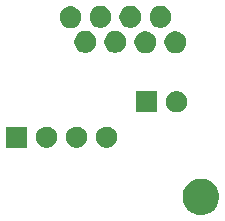
<source format=gbs>
G04 #@! TF.GenerationSoftware,KiCad,Pcbnew,(5.1.5)-3*
G04 #@! TF.CreationDate,2020-02-26T13:13:57-08:00*
G04 #@! TF.ProjectId,NeutrikEthercon,4e657574-7269-46b4-9574-686572636f6e,rev?*
G04 #@! TF.SameCoordinates,Original*
G04 #@! TF.FileFunction,Soldermask,Bot*
G04 #@! TF.FilePolarity,Negative*
%FSLAX46Y46*%
G04 Gerber Fmt 4.6, Leading zero omitted, Abs format (unit mm)*
G04 Created by KiCad (PCBNEW (5.1.5)-3) date 2020-02-26 13:13:57*
%MOMM*%
%LPD*%
G04 APERTURE LIST*
%ADD10C,0.100000*%
G04 APERTURE END LIST*
D10*
G36*
X141902585Y-124028802D02*
G01*
X142052410Y-124058604D01*
X142334674Y-124175521D01*
X142588705Y-124345259D01*
X142804741Y-124561295D01*
X142974479Y-124815326D01*
X143091396Y-125097590D01*
X143151000Y-125397240D01*
X143151000Y-125702760D01*
X143091396Y-126002410D01*
X142974479Y-126284674D01*
X142804741Y-126538705D01*
X142588705Y-126754741D01*
X142334674Y-126924479D01*
X142052410Y-127041396D01*
X141902585Y-127071198D01*
X141752761Y-127101000D01*
X141447239Y-127101000D01*
X141297415Y-127071198D01*
X141147590Y-127041396D01*
X140865326Y-126924479D01*
X140611295Y-126754741D01*
X140395259Y-126538705D01*
X140225521Y-126284674D01*
X140108604Y-126002410D01*
X140049000Y-125702760D01*
X140049000Y-125397240D01*
X140108604Y-125097590D01*
X140225521Y-124815326D01*
X140395259Y-124561295D01*
X140611295Y-124345259D01*
X140865326Y-124175521D01*
X141147590Y-124058604D01*
X141297415Y-124028802D01*
X141447239Y-123999000D01*
X141752761Y-123999000D01*
X141902585Y-124028802D01*
G37*
G36*
X133733512Y-119603927D02*
G01*
X133882812Y-119633624D01*
X134046784Y-119701544D01*
X134194354Y-119800147D01*
X134319853Y-119925646D01*
X134418456Y-120073216D01*
X134486376Y-120237188D01*
X134521000Y-120411259D01*
X134521000Y-120588741D01*
X134486376Y-120762812D01*
X134418456Y-120926784D01*
X134319853Y-121074354D01*
X134194354Y-121199853D01*
X134046784Y-121298456D01*
X133882812Y-121366376D01*
X133733512Y-121396073D01*
X133708742Y-121401000D01*
X133531258Y-121401000D01*
X133506488Y-121396073D01*
X133357188Y-121366376D01*
X133193216Y-121298456D01*
X133045646Y-121199853D01*
X132920147Y-121074354D01*
X132821544Y-120926784D01*
X132753624Y-120762812D01*
X132719000Y-120588741D01*
X132719000Y-120411259D01*
X132753624Y-120237188D01*
X132821544Y-120073216D01*
X132920147Y-119925646D01*
X133045646Y-119800147D01*
X133193216Y-119701544D01*
X133357188Y-119633624D01*
X133506488Y-119603927D01*
X133531258Y-119599000D01*
X133708742Y-119599000D01*
X133733512Y-119603927D01*
G37*
G36*
X126901000Y-121401000D02*
G01*
X125099000Y-121401000D01*
X125099000Y-119599000D01*
X126901000Y-119599000D01*
X126901000Y-121401000D01*
G37*
G36*
X128653512Y-119603927D02*
G01*
X128802812Y-119633624D01*
X128966784Y-119701544D01*
X129114354Y-119800147D01*
X129239853Y-119925646D01*
X129338456Y-120073216D01*
X129406376Y-120237188D01*
X129441000Y-120411259D01*
X129441000Y-120588741D01*
X129406376Y-120762812D01*
X129338456Y-120926784D01*
X129239853Y-121074354D01*
X129114354Y-121199853D01*
X128966784Y-121298456D01*
X128802812Y-121366376D01*
X128653512Y-121396073D01*
X128628742Y-121401000D01*
X128451258Y-121401000D01*
X128426488Y-121396073D01*
X128277188Y-121366376D01*
X128113216Y-121298456D01*
X127965646Y-121199853D01*
X127840147Y-121074354D01*
X127741544Y-120926784D01*
X127673624Y-120762812D01*
X127639000Y-120588741D01*
X127639000Y-120411259D01*
X127673624Y-120237188D01*
X127741544Y-120073216D01*
X127840147Y-119925646D01*
X127965646Y-119800147D01*
X128113216Y-119701544D01*
X128277188Y-119633624D01*
X128426488Y-119603927D01*
X128451258Y-119599000D01*
X128628742Y-119599000D01*
X128653512Y-119603927D01*
G37*
G36*
X131193512Y-119603927D02*
G01*
X131342812Y-119633624D01*
X131506784Y-119701544D01*
X131654354Y-119800147D01*
X131779853Y-119925646D01*
X131878456Y-120073216D01*
X131946376Y-120237188D01*
X131981000Y-120411259D01*
X131981000Y-120588741D01*
X131946376Y-120762812D01*
X131878456Y-120926784D01*
X131779853Y-121074354D01*
X131654354Y-121199853D01*
X131506784Y-121298456D01*
X131342812Y-121366376D01*
X131193512Y-121396073D01*
X131168742Y-121401000D01*
X130991258Y-121401000D01*
X130966488Y-121396073D01*
X130817188Y-121366376D01*
X130653216Y-121298456D01*
X130505646Y-121199853D01*
X130380147Y-121074354D01*
X130281544Y-120926784D01*
X130213624Y-120762812D01*
X130179000Y-120588741D01*
X130179000Y-120411259D01*
X130213624Y-120237188D01*
X130281544Y-120073216D01*
X130380147Y-119925646D01*
X130505646Y-119800147D01*
X130653216Y-119701544D01*
X130817188Y-119633624D01*
X130966488Y-119603927D01*
X130991258Y-119599000D01*
X131168742Y-119599000D01*
X131193512Y-119603927D01*
G37*
G36*
X139653512Y-116603927D02*
G01*
X139802812Y-116633624D01*
X139966784Y-116701544D01*
X140114354Y-116800147D01*
X140239853Y-116925646D01*
X140338456Y-117073216D01*
X140406376Y-117237188D01*
X140441000Y-117411259D01*
X140441000Y-117588741D01*
X140406376Y-117762812D01*
X140338456Y-117926784D01*
X140239853Y-118074354D01*
X140114354Y-118199853D01*
X139966784Y-118298456D01*
X139802812Y-118366376D01*
X139653512Y-118396073D01*
X139628742Y-118401000D01*
X139451258Y-118401000D01*
X139426488Y-118396073D01*
X139277188Y-118366376D01*
X139113216Y-118298456D01*
X138965646Y-118199853D01*
X138840147Y-118074354D01*
X138741544Y-117926784D01*
X138673624Y-117762812D01*
X138639000Y-117588741D01*
X138639000Y-117411259D01*
X138673624Y-117237188D01*
X138741544Y-117073216D01*
X138840147Y-116925646D01*
X138965646Y-116800147D01*
X139113216Y-116701544D01*
X139277188Y-116633624D01*
X139426488Y-116603927D01*
X139451258Y-116599000D01*
X139628742Y-116599000D01*
X139653512Y-116603927D01*
G37*
G36*
X137901000Y-118401000D02*
G01*
X136099000Y-118401000D01*
X136099000Y-116599000D01*
X137901000Y-116599000D01*
X137901000Y-118401000D01*
G37*
G36*
X137170104Y-111569585D02*
G01*
X137338626Y-111639389D01*
X137490291Y-111740728D01*
X137619272Y-111869709D01*
X137720611Y-112021374D01*
X137790415Y-112189896D01*
X137826000Y-112368797D01*
X137826000Y-112551203D01*
X137790415Y-112730104D01*
X137720611Y-112898626D01*
X137619272Y-113050291D01*
X137490291Y-113179272D01*
X137338626Y-113280611D01*
X137170104Y-113350415D01*
X136991203Y-113386000D01*
X136808797Y-113386000D01*
X136629896Y-113350415D01*
X136461374Y-113280611D01*
X136309709Y-113179272D01*
X136180728Y-113050291D01*
X136079389Y-112898626D01*
X136009585Y-112730104D01*
X135974000Y-112551203D01*
X135974000Y-112368797D01*
X136009585Y-112189896D01*
X136079389Y-112021374D01*
X136180728Y-111869709D01*
X136309709Y-111740728D01*
X136461374Y-111639389D01*
X136629896Y-111569585D01*
X136808797Y-111534000D01*
X136991203Y-111534000D01*
X137170104Y-111569585D01*
G37*
G36*
X139710104Y-111569585D02*
G01*
X139878626Y-111639389D01*
X140030291Y-111740728D01*
X140159272Y-111869709D01*
X140260611Y-112021374D01*
X140330415Y-112189896D01*
X140366000Y-112368797D01*
X140366000Y-112551203D01*
X140330415Y-112730104D01*
X140260611Y-112898626D01*
X140159272Y-113050291D01*
X140030291Y-113179272D01*
X139878626Y-113280611D01*
X139710104Y-113350415D01*
X139531203Y-113386000D01*
X139348797Y-113386000D01*
X139169896Y-113350415D01*
X139001374Y-113280611D01*
X138849709Y-113179272D01*
X138720728Y-113050291D01*
X138619389Y-112898626D01*
X138549585Y-112730104D01*
X138514000Y-112551203D01*
X138514000Y-112368797D01*
X138549585Y-112189896D01*
X138619389Y-112021374D01*
X138720728Y-111869709D01*
X138849709Y-111740728D01*
X139001374Y-111639389D01*
X139169896Y-111569585D01*
X139348797Y-111534000D01*
X139531203Y-111534000D01*
X139710104Y-111569585D01*
G37*
G36*
X134620104Y-111549585D02*
G01*
X134788626Y-111619389D01*
X134940291Y-111720728D01*
X135069272Y-111849709D01*
X135170611Y-112001374D01*
X135240415Y-112169896D01*
X135276000Y-112348797D01*
X135276000Y-112531203D01*
X135240415Y-112710104D01*
X135170611Y-112878626D01*
X135069272Y-113030291D01*
X134940291Y-113159272D01*
X134788626Y-113260611D01*
X134620104Y-113330415D01*
X134441203Y-113366000D01*
X134258797Y-113366000D01*
X134079896Y-113330415D01*
X133911374Y-113260611D01*
X133759709Y-113159272D01*
X133630728Y-113030291D01*
X133529389Y-112878626D01*
X133459585Y-112710104D01*
X133424000Y-112531203D01*
X133424000Y-112348797D01*
X133459585Y-112169896D01*
X133529389Y-112001374D01*
X133630728Y-111849709D01*
X133759709Y-111720728D01*
X133911374Y-111619389D01*
X134079896Y-111549585D01*
X134258797Y-111514000D01*
X134441203Y-111514000D01*
X134620104Y-111549585D01*
G37*
G36*
X132090104Y-111539585D02*
G01*
X132258626Y-111609389D01*
X132410291Y-111710728D01*
X132539272Y-111839709D01*
X132640611Y-111991374D01*
X132710415Y-112159896D01*
X132746000Y-112338797D01*
X132746000Y-112521203D01*
X132710415Y-112700104D01*
X132640611Y-112868626D01*
X132539272Y-113020291D01*
X132410291Y-113149272D01*
X132258626Y-113250611D01*
X132090104Y-113320415D01*
X131911203Y-113356000D01*
X131728797Y-113356000D01*
X131549896Y-113320415D01*
X131381374Y-113250611D01*
X131229709Y-113149272D01*
X131100728Y-113020291D01*
X130999389Y-112868626D01*
X130929585Y-112700104D01*
X130894000Y-112521203D01*
X130894000Y-112338797D01*
X130929585Y-112159896D01*
X130999389Y-111991374D01*
X131100728Y-111839709D01*
X131229709Y-111710728D01*
X131381374Y-111609389D01*
X131549896Y-111539585D01*
X131728797Y-111504000D01*
X131911203Y-111504000D01*
X132090104Y-111539585D01*
G37*
G36*
X130830104Y-109459585D02*
G01*
X130998626Y-109529389D01*
X131150291Y-109630728D01*
X131279272Y-109759709D01*
X131380611Y-109911374D01*
X131450415Y-110079896D01*
X131486000Y-110258797D01*
X131486000Y-110441203D01*
X131450415Y-110620104D01*
X131380611Y-110788626D01*
X131279272Y-110940291D01*
X131150291Y-111069272D01*
X130998626Y-111170611D01*
X130830104Y-111240415D01*
X130651203Y-111276000D01*
X130468797Y-111276000D01*
X130289896Y-111240415D01*
X130121374Y-111170611D01*
X129969709Y-111069272D01*
X129840728Y-110940291D01*
X129739389Y-110788626D01*
X129669585Y-110620104D01*
X129634000Y-110441203D01*
X129634000Y-110258797D01*
X129669585Y-110079896D01*
X129739389Y-109911374D01*
X129840728Y-109759709D01*
X129969709Y-109630728D01*
X130121374Y-109529389D01*
X130289896Y-109459585D01*
X130468797Y-109424000D01*
X130651203Y-109424000D01*
X130830104Y-109459585D01*
G37*
G36*
X133370104Y-109429585D02*
G01*
X133538626Y-109499389D01*
X133690291Y-109600728D01*
X133819272Y-109729709D01*
X133920611Y-109881374D01*
X133990415Y-110049896D01*
X134026000Y-110228797D01*
X134026000Y-110411203D01*
X133990415Y-110590104D01*
X133920611Y-110758626D01*
X133819272Y-110910291D01*
X133690291Y-111039272D01*
X133538626Y-111140611D01*
X133370104Y-111210415D01*
X133191203Y-111246000D01*
X133008797Y-111246000D01*
X132829896Y-111210415D01*
X132661374Y-111140611D01*
X132509709Y-111039272D01*
X132380728Y-110910291D01*
X132279389Y-110758626D01*
X132209585Y-110590104D01*
X132174000Y-110411203D01*
X132174000Y-110228797D01*
X132209585Y-110049896D01*
X132279389Y-109881374D01*
X132380728Y-109729709D01*
X132509709Y-109600728D01*
X132661374Y-109499389D01*
X132829896Y-109429585D01*
X133008797Y-109394000D01*
X133191203Y-109394000D01*
X133370104Y-109429585D01*
G37*
G36*
X135900104Y-109429585D02*
G01*
X136068626Y-109499389D01*
X136220291Y-109600728D01*
X136349272Y-109729709D01*
X136450611Y-109881374D01*
X136520415Y-110049896D01*
X136556000Y-110228797D01*
X136556000Y-110411203D01*
X136520415Y-110590104D01*
X136450611Y-110758626D01*
X136349272Y-110910291D01*
X136220291Y-111039272D01*
X136068626Y-111140611D01*
X135900104Y-111210415D01*
X135721203Y-111246000D01*
X135538797Y-111246000D01*
X135359896Y-111210415D01*
X135191374Y-111140611D01*
X135039709Y-111039272D01*
X134910728Y-110910291D01*
X134809389Y-110758626D01*
X134739585Y-110590104D01*
X134704000Y-110411203D01*
X134704000Y-110228797D01*
X134739585Y-110049896D01*
X134809389Y-109881374D01*
X134910728Y-109729709D01*
X135039709Y-109600728D01*
X135191374Y-109499389D01*
X135359896Y-109429585D01*
X135538797Y-109394000D01*
X135721203Y-109394000D01*
X135900104Y-109429585D01*
G37*
G36*
X138450104Y-109429585D02*
G01*
X138618626Y-109499389D01*
X138770291Y-109600728D01*
X138899272Y-109729709D01*
X139000611Y-109881374D01*
X139070415Y-110049896D01*
X139106000Y-110228797D01*
X139106000Y-110411203D01*
X139070415Y-110590104D01*
X139000611Y-110758626D01*
X138899272Y-110910291D01*
X138770291Y-111039272D01*
X138618626Y-111140611D01*
X138450104Y-111210415D01*
X138271203Y-111246000D01*
X138088797Y-111246000D01*
X137909896Y-111210415D01*
X137741374Y-111140611D01*
X137589709Y-111039272D01*
X137460728Y-110910291D01*
X137359389Y-110758626D01*
X137289585Y-110590104D01*
X137254000Y-110411203D01*
X137254000Y-110228797D01*
X137289585Y-110049896D01*
X137359389Y-109881374D01*
X137460728Y-109729709D01*
X137589709Y-109600728D01*
X137741374Y-109499389D01*
X137909896Y-109429585D01*
X138088797Y-109394000D01*
X138271203Y-109394000D01*
X138450104Y-109429585D01*
G37*
M02*

</source>
